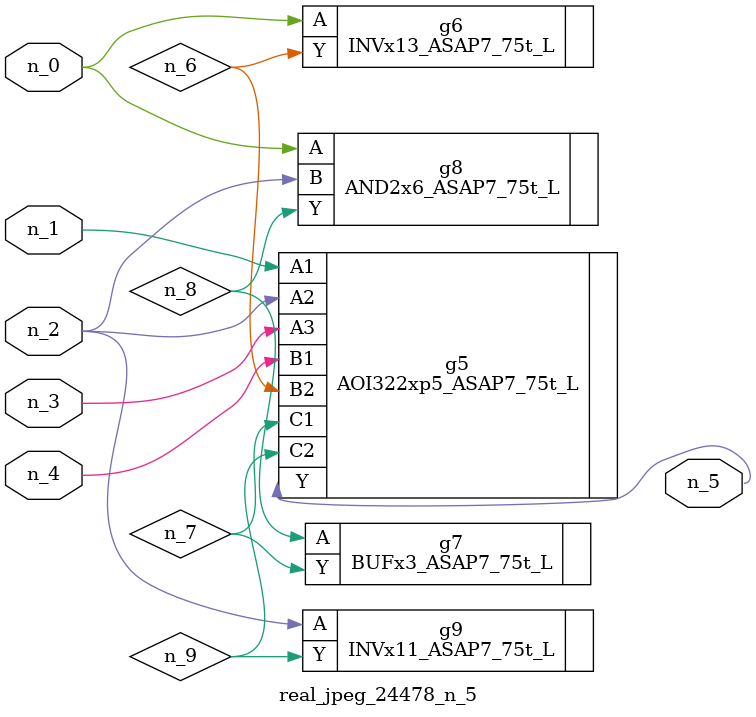
<source format=v>
module real_jpeg_24478_n_5 (n_4, n_0, n_1, n_2, n_3, n_5);

input n_4;
input n_0;
input n_1;
input n_2;
input n_3;

output n_5;

wire n_8;
wire n_6;
wire n_7;
wire n_9;

INVx13_ASAP7_75t_L g6 ( 
.A(n_0),
.Y(n_6)
);

AND2x6_ASAP7_75t_L g8 ( 
.A(n_0),
.B(n_2),
.Y(n_8)
);

AOI322xp5_ASAP7_75t_L g5 ( 
.A1(n_1),
.A2(n_2),
.A3(n_3),
.B1(n_4),
.B2(n_6),
.C1(n_7),
.C2(n_9),
.Y(n_5)
);

INVx11_ASAP7_75t_L g9 ( 
.A(n_2),
.Y(n_9)
);

BUFx3_ASAP7_75t_L g7 ( 
.A(n_8),
.Y(n_7)
);


endmodule
</source>
